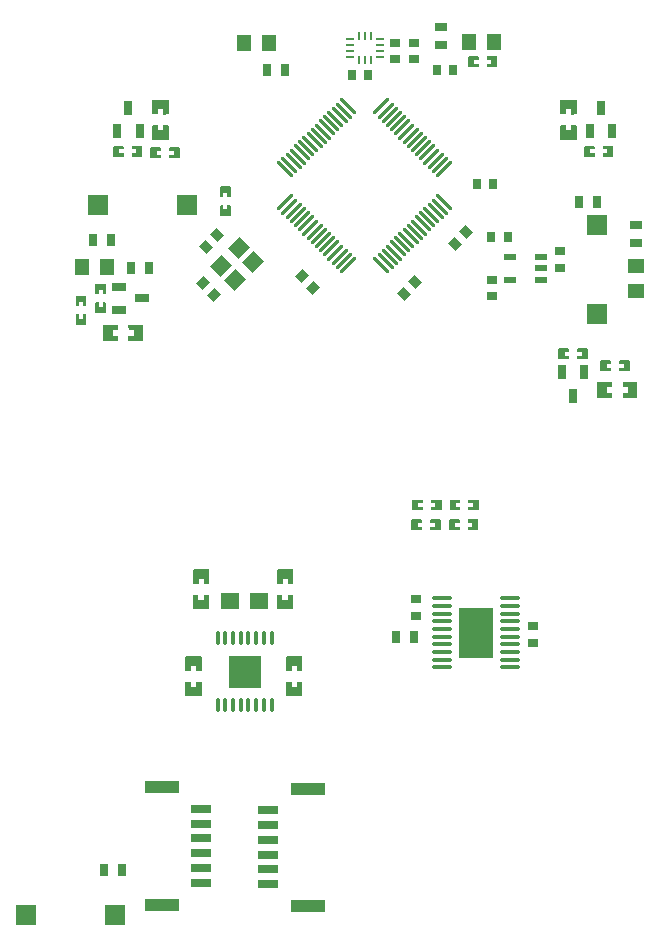
<source format=gtp>
G04 Layer: TopPasteMaskLayer*
G04 EasyEDA v6.5.46, 2025-06-12 16:27:01*
G04 6984151e568f4603bee7606f082ae18e,f8d66010605f41bc84f108214e51d488,10*
G04 Gerber Generator version 0.2*
G04 Scale: 100 percent, Rotated: No, Reflected: No *
G04 Dimensions in millimeters *
G04 leading zeros omitted , absolute positions ,4 integer and 5 decimal *
%FSLAX45Y45*%
%MOMM*%

%AMMACRO1*21,1,$1,$2,0,0,$3*%
%AMMACRO2*1,1,$1,$2,$3*1,1,$1,$4,$5*20,1,$1,$2,$3,$4,$5,0*%
%ADD10R,0.7500X1.0000*%
%ADD11R,1.8000X1.8000*%
%ADD12R,1.3005X1.3995*%
%ADD13R,1.3995X1.3005*%
%ADD14R,1.0000X0.7500*%
%ADD15MACRO1,1.2X1.4X135.0000*%
%ADD16MACRO1,1.2X1.4X-45.0000*%
%ADD17R,0.8000X0.9000*%
%ADD18MACRO1,0.8X0.9X-135.0000*%
%ADD19MACRO1,0.8X0.9X135.0000*%
%ADD20MACRO1,0.8X0.9X45.0000*%
%ADD21MACRO1,0.8X0.9X-45.0000*%
%ADD22R,0.9000X0.8000*%
%ADD23MACRO1,1X2.8X90.0000*%
%ADD24MACRO1,0.6X1.7X90.0000*%
%ADD25MACRO1,1X2.8X-90.0000*%
%ADD26MACRO1,0.6X1.7X-90.0000*%
%ADD27MACRO2,0.3X-0.601X0.601X0.601X-0.601*%
%ADD28MACRO2,0.3X-0.601X-0.601X0.601X0.601*%
%ADD29O,1.746504X0.3430016*%
%ADD30R,3.0000X4.2000*%
%ADD31R,1.1000X0.6000*%
%ADD32R,0.6750X0.2800*%
%ADD33R,0.2800X0.6750*%
%ADD34R,1.5000X1.3589*%
%ADD35R,1.2500X0.7000*%
%ADD36R,0.7000X1.2500*%
%ADD37O,0.350012X1.2999974*%
%ADD38R,2.7400X2.7400*%
%ADD39R,0.0106X2.7400*%

%LPD*%
G36*
X-1220063Y6434378D02*
G01*
X-1225092Y6429349D01*
X-1225092Y6349390D01*
X-1220063Y6344361D01*
X-1197305Y6344361D01*
X-1197305Y6381394D01*
X-1164285Y6381394D01*
X-1164285Y6344361D01*
X-1140104Y6344361D01*
X-1135075Y6349390D01*
X-1135075Y6429349D01*
X-1140104Y6434378D01*
G37*
G36*
X-1220063Y6275374D02*
G01*
X-1225092Y6270345D01*
X-1225092Y6190386D01*
X-1220063Y6185357D01*
X-1140104Y6185357D01*
X-1135075Y6190386D01*
X-1135075Y6270345D01*
X-1140104Y6275374D01*
X-1162862Y6275374D01*
X-1162862Y6238392D01*
X-1195882Y6238392D01*
X-1195882Y6275374D01*
G37*
G36*
X877722Y3613708D02*
G01*
X872693Y3608679D01*
X872693Y3585921D01*
X909726Y3585921D01*
X909726Y3552901D01*
X872693Y3552901D01*
X872693Y3528720D01*
X877722Y3523691D01*
X957681Y3523691D01*
X962710Y3528720D01*
X962710Y3608679D01*
X957681Y3613708D01*
G37*
G36*
X718718Y3613708D02*
G01*
X713689Y3608679D01*
X713689Y3528720D01*
X718718Y3523691D01*
X798677Y3523691D01*
X803706Y3528720D01*
X803706Y3551478D01*
X766673Y3551478D01*
X766673Y3584498D01*
X803706Y3584498D01*
X803706Y3608679D01*
X798677Y3613708D01*
G37*
G36*
X884072Y3782364D02*
G01*
X879043Y3777335D01*
X879043Y3754577D01*
X916076Y3754577D01*
X916076Y3721557D01*
X879043Y3721557D01*
X879043Y3697376D01*
X884072Y3692347D01*
X964031Y3692347D01*
X969060Y3697376D01*
X969060Y3777335D01*
X964031Y3782364D01*
G37*
G36*
X725068Y3782364D02*
G01*
X720039Y3777335D01*
X720039Y3697376D01*
X725068Y3692347D01*
X805027Y3692347D01*
X810056Y3697376D01*
X810056Y3720134D01*
X773023Y3720134D01*
X773023Y3753154D01*
X810056Y3753154D01*
X810056Y3777335D01*
X805027Y3782364D01*
G37*
G36*
X560222Y3613708D02*
G01*
X555193Y3608679D01*
X555193Y3585921D01*
X592226Y3585921D01*
X592226Y3552901D01*
X555193Y3552901D01*
X555193Y3528720D01*
X560222Y3523691D01*
X640181Y3523691D01*
X645210Y3528720D01*
X645210Y3608679D01*
X640181Y3613708D01*
G37*
G36*
X401218Y3613708D02*
G01*
X396189Y3608679D01*
X396189Y3528720D01*
X401218Y3523691D01*
X481177Y3523691D01*
X486206Y3528720D01*
X486206Y3551478D01*
X449173Y3551478D01*
X449173Y3584498D01*
X486206Y3584498D01*
X486206Y3608679D01*
X481177Y3613708D01*
G37*
G36*
X566572Y3782364D02*
G01*
X561543Y3777335D01*
X561543Y3754577D01*
X598576Y3754577D01*
X598576Y3721557D01*
X561543Y3721557D01*
X561543Y3697376D01*
X566572Y3692347D01*
X646531Y3692347D01*
X651560Y3697376D01*
X651560Y3777335D01*
X646531Y3782364D01*
G37*
G36*
X407568Y3782364D02*
G01*
X402539Y3777335D01*
X402539Y3697376D01*
X407568Y3692347D01*
X487527Y3692347D01*
X492556Y3697376D01*
X492556Y3720134D01*
X455523Y3720134D01*
X455523Y3753154D01*
X492556Y3753154D01*
X492556Y3777335D01*
X487527Y3782364D01*
G37*
G36*
X-737108Y3193084D02*
G01*
X-742086Y3188106D01*
X-742086Y3073095D01*
X-737108Y3068116D01*
X-695096Y3068574D01*
X-695096Y3112617D01*
X-650087Y3112617D01*
X-650087Y3067608D01*
X-609092Y3068116D01*
X-604113Y3073095D01*
X-604113Y3188106D01*
X-609092Y3193084D01*
G37*
G36*
X-696112Y2977591D02*
G01*
X-737108Y2977083D01*
X-742086Y2972104D01*
X-742086Y2857093D01*
X-737108Y2852115D01*
X-609092Y2852115D01*
X-604113Y2857093D01*
X-604113Y2972104D01*
X-609092Y2977083D01*
X-651103Y2976626D01*
X-651103Y2932582D01*
X-696112Y2932582D01*
G37*
G36*
X-1448308Y3193084D02*
G01*
X-1453286Y3188106D01*
X-1453286Y3073095D01*
X-1448308Y3068116D01*
X-1406296Y3068574D01*
X-1406296Y3112617D01*
X-1361287Y3112617D01*
X-1361287Y3067608D01*
X-1320292Y3068116D01*
X-1315313Y3073095D01*
X-1315313Y3188106D01*
X-1320292Y3193084D01*
G37*
G36*
X-1407312Y2977591D02*
G01*
X-1448308Y2977083D01*
X-1453286Y2972104D01*
X-1453286Y2857093D01*
X-1448308Y2852115D01*
X-1320292Y2852115D01*
X-1315313Y2857093D01*
X-1315313Y2972104D01*
X-1320292Y2977083D01*
X-1362303Y2976626D01*
X-1362303Y2932582D01*
X-1407312Y2932582D01*
G37*
G36*
X-1994712Y5263286D02*
G01*
X-1999691Y5258308D01*
X-1999183Y5216296D01*
X-1955190Y5216296D01*
X-1955190Y5171287D01*
X-2000199Y5171287D01*
X-1999691Y5130292D01*
X-1994712Y5125313D01*
X-1879701Y5125313D01*
X-1874672Y5130292D01*
X-1874672Y5258308D01*
X-1879701Y5263286D01*
G37*
G36*
X-2209698Y5263286D02*
G01*
X-2214676Y5258308D01*
X-2214676Y5130292D01*
X-2209698Y5125313D01*
X-2094687Y5125313D01*
X-2089708Y5130292D01*
X-2090216Y5171287D01*
X-2134209Y5171287D01*
X-2134209Y5216296D01*
X-2089708Y5216296D01*
X-2089708Y5258308D01*
X-2094687Y5263286D01*
G37*
G36*
X-1791207Y7167727D02*
G01*
X-1796186Y7162698D01*
X-1796186Y7047687D01*
X-1791207Y7042708D01*
X-1749196Y7043216D01*
X-1749196Y7087209D01*
X-1704187Y7087209D01*
X-1704187Y7042200D01*
X-1663192Y7042708D01*
X-1658213Y7047687D01*
X-1658213Y7162698D01*
X-1663192Y7167727D01*
G37*
G36*
X-1791207Y6952691D02*
G01*
X-1796186Y6947712D01*
X-1796186Y6832701D01*
X-1791207Y6827723D01*
X-1663192Y6827723D01*
X-1658213Y6832701D01*
X-1658213Y6947712D01*
X-1663192Y6952691D01*
X-1704187Y6952183D01*
X-1704187Y6908190D01*
X-1749196Y6908190D01*
X-1749196Y6952691D01*
G37*
G36*
X1663192Y7167727D02*
G01*
X1658213Y7162698D01*
X1658213Y7047687D01*
X1663192Y7042708D01*
X1705203Y7043216D01*
X1705203Y7087209D01*
X1750212Y7087209D01*
X1750212Y7042200D01*
X1791207Y7042708D01*
X1796186Y7047687D01*
X1796186Y7162698D01*
X1791207Y7167727D01*
G37*
G36*
X1663192Y6952691D02*
G01*
X1658213Y6947712D01*
X1658213Y6832701D01*
X1663192Y6827723D01*
X1791207Y6827723D01*
X1796186Y6832701D01*
X1796186Y6947712D01*
X1791207Y6952691D01*
X1750212Y6952183D01*
X1750212Y6908190D01*
X1705203Y6908190D01*
X1705203Y6952691D01*
G37*
G36*
X1975002Y4779010D02*
G01*
X1969973Y4773980D01*
X1969973Y4646015D01*
X1975002Y4640986D01*
X2090013Y4640986D01*
X2094992Y4646015D01*
X2094484Y4687976D01*
X2050491Y4687976D01*
X2050491Y4732985D01*
X2095500Y4732985D01*
X2094992Y4773980D01*
X2090013Y4779010D01*
G37*
G36*
X2189988Y4779010D02*
G01*
X2185009Y4773980D01*
X2185517Y4732985D01*
X2229510Y4732985D01*
X2229510Y4687976D01*
X2185009Y4687976D01*
X2185009Y4646015D01*
X2189988Y4640986D01*
X2304999Y4640986D01*
X2309977Y4646015D01*
X2309977Y4773980D01*
X2304999Y4779010D01*
G37*
G36*
X-2275179Y5610910D02*
G01*
X-2280208Y5605881D01*
X-2280208Y5525922D01*
X-2275179Y5520893D01*
X-2252421Y5520893D01*
X-2252421Y5557926D01*
X-2219401Y5557926D01*
X-2219401Y5520893D01*
X-2195220Y5520893D01*
X-2190191Y5525922D01*
X-2190191Y5605881D01*
X-2195220Y5610910D01*
G37*
G36*
X-2275179Y5451906D02*
G01*
X-2280208Y5446877D01*
X-2280208Y5366918D01*
X-2275179Y5361889D01*
X-2195220Y5361889D01*
X-2190191Y5366918D01*
X-2190191Y5446877D01*
X-2195220Y5451906D01*
X-2217978Y5451906D01*
X-2217978Y5414873D01*
X-2250998Y5414873D01*
X-2250998Y5451906D01*
G37*
G36*
X-2126081Y6776008D02*
G01*
X-2131110Y6770979D01*
X-2131110Y6691020D01*
X-2126081Y6685991D01*
X-2046122Y6685991D01*
X-2041093Y6691020D01*
X-2041093Y6713778D01*
X-2078126Y6713778D01*
X-2078126Y6746798D01*
X-2041093Y6746798D01*
X-2041093Y6770979D01*
X-2046122Y6776008D01*
G37*
G36*
X-1967077Y6776008D02*
G01*
X-1972106Y6770979D01*
X-1972106Y6748221D01*
X-1935073Y6748221D01*
X-1935073Y6715201D01*
X-1972106Y6715201D01*
X-1972106Y6691020D01*
X-1967077Y6685991D01*
X-1887118Y6685991D01*
X-1882089Y6691020D01*
X-1882089Y6770979D01*
X-1887118Y6776008D01*
G37*
G36*
X1861718Y6776008D02*
G01*
X1856689Y6770979D01*
X1856689Y6691020D01*
X1861718Y6685991D01*
X1941677Y6685991D01*
X1946706Y6691020D01*
X1946706Y6713778D01*
X1909673Y6713778D01*
X1909673Y6746798D01*
X1946706Y6746798D01*
X1946706Y6770979D01*
X1941677Y6776008D01*
G37*
G36*
X2020722Y6776008D02*
G01*
X2015693Y6770979D01*
X2015693Y6748221D01*
X2052675Y6748221D01*
X2052675Y6715201D01*
X2015693Y6715201D01*
X2015693Y6691020D01*
X2020722Y6685991D01*
X2100681Y6685991D01*
X2105710Y6691020D01*
X2105710Y6770979D01*
X2100681Y6776008D01*
G37*
G36*
X1804822Y5061508D02*
G01*
X1799793Y5056479D01*
X1799793Y5033721D01*
X1836826Y5033721D01*
X1836826Y5000701D01*
X1799793Y5000701D01*
X1799793Y4976520D01*
X1804822Y4971491D01*
X1884781Y4971491D01*
X1889810Y4976520D01*
X1889810Y5056479D01*
X1884781Y5061508D01*
G37*
G36*
X1645818Y5061508D02*
G01*
X1640789Y5056479D01*
X1640789Y4976520D01*
X1645818Y4971491D01*
X1725777Y4971491D01*
X1730806Y4976520D01*
X1730806Y4999278D01*
X1693773Y4999278D01*
X1693773Y5032298D01*
X1730806Y5032298D01*
X1730806Y5056479D01*
X1725777Y5061508D01*
G37*
G36*
X-2440279Y5350306D02*
G01*
X-2445308Y5345277D01*
X-2445308Y5265318D01*
X-2440279Y5260289D01*
X-2360320Y5260289D01*
X-2355291Y5265318D01*
X-2355291Y5345277D01*
X-2360320Y5350306D01*
X-2383078Y5350306D01*
X-2383078Y5313273D01*
X-2416098Y5313273D01*
X-2416098Y5350306D01*
G37*
G36*
X-2440279Y5509310D02*
G01*
X-2445308Y5504281D01*
X-2445308Y5424322D01*
X-2440279Y5419293D01*
X-2417521Y5419293D01*
X-2417521Y5456326D01*
X-2384501Y5456326D01*
X-2384501Y5419293D01*
X-2360320Y5419293D01*
X-2355291Y5424322D01*
X-2355291Y5504281D01*
X-2360320Y5509310D01*
G37*
G36*
X-1649577Y6763308D02*
G01*
X-1654606Y6758279D01*
X-1654606Y6735521D01*
X-1617573Y6735521D01*
X-1617573Y6702501D01*
X-1654606Y6702501D01*
X-1654606Y6678320D01*
X-1649577Y6673291D01*
X-1569618Y6673291D01*
X-1564589Y6678320D01*
X-1564589Y6758279D01*
X-1569618Y6763308D01*
G37*
G36*
X-1808581Y6763308D02*
G01*
X-1813610Y6758279D01*
X-1813610Y6678320D01*
X-1808581Y6673291D01*
X-1728622Y6673291D01*
X-1723593Y6678320D01*
X-1723593Y6701078D01*
X-1760626Y6701078D01*
X-1760626Y6734098D01*
X-1723593Y6734098D01*
X-1723593Y6758279D01*
X-1728622Y6763308D01*
G37*
G36*
X1039520Y7534960D02*
G01*
X1034491Y7529982D01*
X1034491Y7507173D01*
X1071473Y7507173D01*
X1071473Y7474203D01*
X1034491Y7474203D01*
X1034491Y7449972D01*
X1039520Y7444994D01*
X1119479Y7444994D01*
X1124508Y7449972D01*
X1124508Y7529982D01*
X1119479Y7534960D01*
G37*
G36*
X880516Y7534960D02*
G01*
X875487Y7529982D01*
X875487Y7449972D01*
X880516Y7444994D01*
X960475Y7444994D01*
X965504Y7449972D01*
X965504Y7472781D01*
X928471Y7472781D01*
X928471Y7505801D01*
X965504Y7505801D01*
X965504Y7529982D01*
X960475Y7534960D01*
G37*
G36*
X2160422Y4959908D02*
G01*
X2155393Y4954879D01*
X2155393Y4932121D01*
X2192375Y4932121D01*
X2192375Y4899101D01*
X2155393Y4899101D01*
X2155393Y4874920D01*
X2160422Y4869891D01*
X2240381Y4869891D01*
X2245410Y4874920D01*
X2245410Y4954879D01*
X2240381Y4959908D01*
G37*
G36*
X2001418Y4959908D02*
G01*
X1996389Y4954879D01*
X1996389Y4874920D01*
X2001418Y4869891D01*
X2081377Y4869891D01*
X2086406Y4874920D01*
X2086406Y4897678D01*
X2049424Y4897678D01*
X2049424Y4930698D01*
X2086406Y4930698D01*
X2086406Y4954879D01*
X2081377Y4959908D01*
G37*
G36*
X-1511808Y2456027D02*
G01*
X-1516786Y2450998D01*
X-1516786Y2335987D01*
X-1511808Y2331008D01*
X-1469796Y2331516D01*
X-1469796Y2375509D01*
X-1424787Y2375509D01*
X-1424787Y2330500D01*
X-1383792Y2331008D01*
X-1378813Y2335987D01*
X-1378813Y2450998D01*
X-1383792Y2456027D01*
G37*
G36*
X-1511808Y2240991D02*
G01*
X-1516786Y2236012D01*
X-1516786Y2121001D01*
X-1511808Y2116023D01*
X-1383792Y2116023D01*
X-1378813Y2121001D01*
X-1378813Y2236012D01*
X-1383792Y2240991D01*
X-1424787Y2240483D01*
X-1424787Y2196490D01*
X-1469796Y2196490D01*
X-1469796Y2240991D01*
G37*
G36*
X-660908Y2456027D02*
G01*
X-665886Y2450998D01*
X-665886Y2335987D01*
X-660908Y2331008D01*
X-618896Y2331516D01*
X-618896Y2375509D01*
X-573887Y2375509D01*
X-573887Y2330500D01*
X-532892Y2331008D01*
X-527913Y2335987D01*
X-527913Y2450998D01*
X-532892Y2456027D01*
G37*
G36*
X-660908Y2240991D02*
G01*
X-665886Y2236012D01*
X-665886Y2121001D01*
X-660908Y2116023D01*
X-532892Y2116023D01*
X-527913Y2121001D01*
X-527913Y2236012D01*
X-532892Y2240991D01*
X-573887Y2240483D01*
X-573887Y2196490D01*
X-618896Y2196490D01*
X-618896Y2240991D01*
G37*
D10*
G01*
X417906Y2616200D03*
G01*
X267893Y2616200D03*
D11*
G01*
X-2114194Y266700D03*
G01*
X-2864205Y266700D03*
G01*
X1968500Y5352694D03*
G01*
X1968500Y6102705D03*
D12*
G01*
X-2180844Y5752972D03*
G01*
X-2390902Y5752972D03*
G01*
X-1019302Y7645272D03*
G01*
X-809244Y7645272D03*
G01*
X885697Y7657972D03*
G01*
X1095755Y7657972D03*
D13*
G01*
X2298827Y5756402D03*
G01*
X2298827Y5546344D03*
D10*
G01*
X-2055037Y649986D03*
G01*
X-2205050Y649986D03*
G01*
X-1980006Y5740400D03*
G01*
X-1829993Y5740400D03*
G01*
X-824306Y7416800D03*
G01*
X-674293Y7416800D03*
D14*
G01*
X647700Y7783906D03*
G01*
X647700Y7633893D03*
G01*
X2298700Y5957493D03*
G01*
X2298700Y6107506D03*
D15*
G01*
X-1097184Y5640622D03*
G01*
X-941622Y5796184D03*
D16*
G01*
X-1061833Y5916395D03*
G01*
X-1217395Y5760833D03*
D17*
G01*
X610006Y7419975D03*
G01*
X750011Y7419975D03*
D18*
G01*
X763303Y5944903D03*
G01*
X862296Y6043896D03*
G01*
X-1344896Y5919503D03*
G01*
X-1245903Y6018496D03*
D19*
G01*
X-1370296Y5612096D03*
G01*
X-1271303Y5513103D03*
D20*
G01*
X430496Y5624796D03*
G01*
X331503Y5525803D03*
D17*
G01*
X950010Y6449974D03*
G01*
X1089990Y6449974D03*
D21*
G01*
X-433103Y5576603D03*
G01*
X-532096Y5675596D03*
D22*
G01*
X1422400Y2571597D03*
G01*
X1422400Y2711602D03*
G01*
X431800Y2940202D03*
G01*
X431800Y2800197D03*
G01*
X1651000Y5746597D03*
G01*
X1651000Y5886602D03*
D17*
G01*
X1072997Y6007100D03*
G01*
X1213002Y6007100D03*
D22*
G01*
X1079500Y5505297D03*
G01*
X1079500Y5645302D03*
G01*
X419100Y7511897D03*
G01*
X419100Y7651902D03*
G01*
X259994Y7509992D03*
G01*
X259994Y7649971D03*
D17*
G01*
X-108102Y7378700D03*
G01*
X31902Y7378700D03*
D11*
G01*
X-2254605Y6273800D03*
G01*
X-1504594Y6273800D03*
D23*
G01*
X-1716897Y353402D03*
D24*
G01*
X-1381893Y1163401D03*
G01*
X-1381893Y1038400D03*
G01*
X-1381893Y913401D03*
G01*
X-1381893Y788400D03*
G01*
X-1381893Y663402D03*
G01*
X-1381893Y538401D03*
D23*
G01*
X-1716897Y1348402D03*
D25*
G01*
X-480202Y1335697D03*
D26*
G01*
X-815206Y525698D03*
G01*
X-815206Y650699D03*
G01*
X-815206Y775698D03*
G01*
X-815206Y900699D03*
G01*
X-815206Y1025697D03*
G01*
X-815206Y1150698D03*
D25*
G01*
X-480202Y340697D03*
D27*
G01*
X-671728Y6580301D03*
G01*
X-636371Y6615658D03*
G01*
X-601040Y6651015D03*
G01*
X-565657Y6686372D03*
G01*
X-530326Y6721728D03*
G01*
X-494944Y6757085D03*
G01*
X-459613Y6792442D03*
G01*
X-424256Y6827799D03*
G01*
X-388899Y6863156D03*
G01*
X-353542Y6898513D03*
G01*
X-318185Y6933844D03*
G01*
X-282828Y6969226D03*
G01*
X-247472Y7004558D03*
G01*
X-212115Y7039940D03*
G01*
X-176758Y7075271D03*
G01*
X-141401Y7110628D03*
D28*
G01*
X141401Y7110628D03*
G01*
X176758Y7075271D03*
G01*
X212115Y7039940D03*
G01*
X247472Y7004558D03*
G01*
X282828Y6969226D03*
G01*
X318185Y6933844D03*
G01*
X353542Y6898513D03*
G01*
X388899Y6863156D03*
G01*
X424256Y6827799D03*
G01*
X459613Y6792442D03*
G01*
X494944Y6757085D03*
G01*
X530326Y6721728D03*
G01*
X565657Y6686372D03*
G01*
X601040Y6651015D03*
G01*
X636371Y6615658D03*
G01*
X671753Y6580301D03*
D27*
G01*
X671753Y6297498D03*
G01*
X636371Y6262141D03*
G01*
X601040Y6226784D03*
G01*
X565657Y6191427D03*
G01*
X530326Y6156071D03*
G01*
X494944Y6120714D03*
G01*
X459613Y6085357D03*
G01*
X424256Y6050000D03*
G01*
X388899Y6014643D03*
G01*
X353542Y5979287D03*
G01*
X318185Y5943955D03*
G01*
X282828Y5908573D03*
G01*
X247472Y5873242D03*
G01*
X212115Y5837859D03*
G01*
X176758Y5802528D03*
G01*
X141401Y5767146D03*
D28*
G01*
X-141401Y5767146D03*
G01*
X-176758Y5802528D03*
G01*
X-212115Y5837859D03*
G01*
X-247472Y5873242D03*
G01*
X-282828Y5908573D03*
G01*
X-318185Y5943955D03*
G01*
X-353542Y5979287D03*
G01*
X-388899Y6014643D03*
G01*
X-424256Y6050000D03*
G01*
X-459613Y6085357D03*
G01*
X-494944Y6120714D03*
G01*
X-530326Y6156071D03*
G01*
X-565657Y6191427D03*
G01*
X-601040Y6226784D03*
G01*
X-636371Y6262141D03*
G01*
X-671728Y6297498D03*
D29*
G01*
X1227124Y2361793D03*
G01*
X1227124Y2426792D03*
G01*
X1227124Y2491790D03*
G01*
X1227124Y2556789D03*
G01*
X1227124Y2621813D03*
G01*
X1227124Y2686812D03*
G01*
X1227124Y2751810D03*
G01*
X1227124Y2816809D03*
G01*
X1227124Y2881807D03*
G01*
X1227124Y2946806D03*
G01*
X652475Y2361793D03*
G01*
X652475Y2426792D03*
G01*
X652475Y2491790D03*
G01*
X652475Y2556789D03*
G01*
X652475Y2621813D03*
G01*
X652475Y2686812D03*
G01*
X652475Y2751810D03*
G01*
X652475Y2816809D03*
G01*
X652475Y2881807D03*
G01*
X652475Y2946806D03*
D30*
G01*
X939800Y2654300D03*
D31*
G01*
X1228877Y5645404D03*
G01*
X1228877Y5835395D03*
G01*
X1488922Y5835395D03*
G01*
X1488922Y5740400D03*
G01*
X1488922Y5645404D03*
D32*
G01*
X-126212Y7682306D03*
G01*
X-126212Y7632293D03*
G01*
X-126212Y7582306D03*
G01*
X-126212Y7532293D03*
D33*
G01*
X-49987Y7506055D03*
G01*
X-25Y7506055D03*
G01*
X50012Y7506055D03*
D32*
G01*
X126187Y7532293D03*
G01*
X126187Y7582306D03*
G01*
X126187Y7632293D03*
G01*
X126187Y7682306D03*
D33*
G01*
X50012Y7708544D03*
G01*
X-25Y7708544D03*
G01*
X-49987Y7708544D03*
D34*
G01*
X-896010Y2921000D03*
G01*
X-1135989Y2921000D03*
D35*
G01*
X-2081199Y5581395D03*
G01*
X-2081199Y5391404D03*
G01*
X-1881200Y5486400D03*
D36*
G01*
X-2094992Y6899986D03*
G01*
X-1905000Y6899986D03*
G01*
X-1999995Y7099985D03*
G01*
X1905000Y6899986D03*
G01*
X2094991Y6899986D03*
G01*
X1999995Y7099985D03*
D37*
G01*
X-1243507Y2039086D03*
G01*
X-1178509Y2039086D03*
G01*
X-1113510Y2039086D03*
G01*
X-1048486Y2039086D03*
G01*
X-983487Y2039086D03*
G01*
X-918489Y2039086D03*
G01*
X-853490Y2039086D03*
G01*
X-788492Y2039086D03*
G01*
X-1243507Y2609087D03*
G01*
X-1178509Y2609087D03*
G01*
X-1113510Y2609087D03*
G01*
X-1048486Y2609087D03*
G01*
X-983487Y2609087D03*
G01*
X-918489Y2609087D03*
G01*
X-853490Y2609087D03*
G01*
X-788492Y2609087D03*
D38*
G01*
X-1016000Y2324100D03*
D10*
G01*
X1967306Y6299200D03*
G01*
X1817293Y6299200D03*
G01*
X-2147493Y5981700D03*
G01*
X-2297506Y5981700D03*
D36*
G01*
X1860295Y4862499D03*
G01*
X1670304Y4862499D03*
G01*
X1765300Y4662500D03*
M02*

</source>
